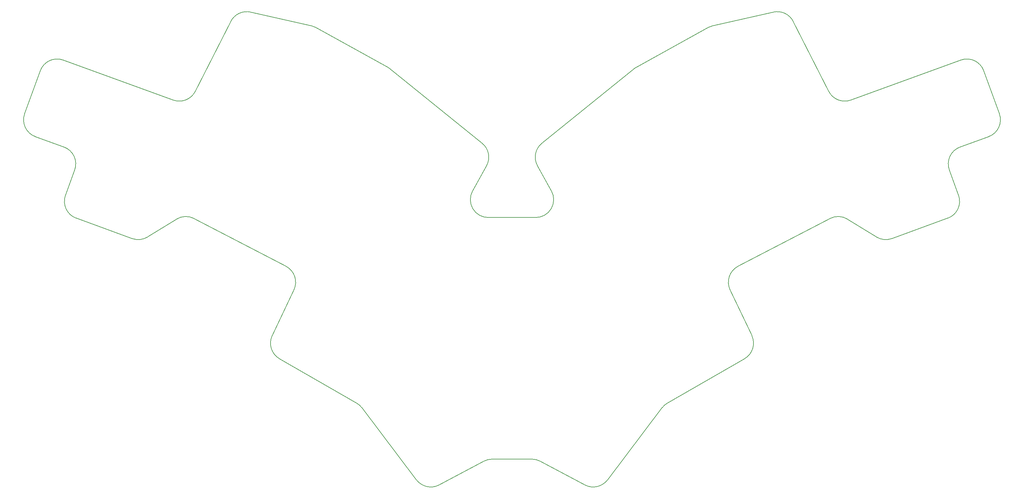
<source format=gbr>
%TF.GenerationSoftware,KiCad,Pcbnew,8.0.2-1*%
%TF.CreationDate,2024-06-17T15:58:38+09:00*%
%TF.ProjectId,tolkeeb_zero,746f6c6b-6565-4625-9f7a-65726f2e6b69,v1.0.0*%
%TF.SameCoordinates,Original*%
%TF.FileFunction,Profile,NP*%
%FSLAX46Y46*%
G04 Gerber Fmt 4.6, Leading zero omitted, Abs format (unit mm)*
G04 Created by KiCad (PCBNEW 8.0.2-1) date 2024-06-17 15:58:38*
%MOMM*%
%LPD*%
G01*
G04 APERTURE LIST*
%TA.AperFunction,Profile*%
%ADD10C,0.150000*%
%TD*%
G04 APERTURE END LIST*
D10*
X275039443Y-136507099D02*
X272474293Y-129459404D01*
X275669082Y-98765661D02*
X244980921Y-109935241D01*
X116447374Y-101272133D02*
X142053873Y-121981097D01*
X157517178Y-128292862D02*
G75*
G02*
X158746115Y-121981079I4373122J2424062D01*
G01*
X71896495Y-87985590D02*
G75*
G02*
X77452831Y-85371442I4458105J-2263610D01*
G01*
X184352629Y-101272133D02*
X158746129Y-121981096D01*
X157517178Y-128292862D02*
X161404483Y-135305746D01*
X239127800Y-143006888D02*
G75*
G02*
X244068151Y-143190566I2308700J-4435012D01*
G01*
X143282824Y-128292858D02*
X139395519Y-135305747D01*
X17349961Y-120143668D02*
G75*
G02*
X14361559Y-113735087I1710039J4698468D01*
G01*
X56731827Y-143190526D02*
G75*
G02*
X61672219Y-143006850I2631673J-4251474D01*
G01*
X142515044Y-210776771D02*
X130081275Y-217387925D01*
X244068176Y-143190526D02*
X252087506Y-148154500D01*
X94374752Y-89180994D02*
G75*
G02*
X95700646Y-89685821I-1098452J-4878606D01*
G01*
X14361600Y-113735102D02*
X18722357Y-101754021D01*
X155937600Y-210191511D02*
X144862401Y-210191512D01*
X155937600Y-210191511D02*
G75*
G02*
X158284954Y-210776786I-100J-5000289D01*
G01*
X87316202Y-156356311D02*
G75*
G02*
X89523796Y-162936699I-2308902J-4435089D01*
G01*
X158284960Y-210776774D02*
X170718730Y-217387928D01*
X83472477Y-175675934D02*
X89523817Y-162936709D01*
X286438402Y-113735102D02*
X282077645Y-101754022D01*
X95700650Y-89685814D02*
X115727274Y-100786751D01*
X205099353Y-89685813D02*
X185072728Y-100786751D01*
X286438401Y-113735105D02*
G75*
G02*
X283450065Y-120143739I-4698601J-1710095D01*
G01*
X25130921Y-98765659D02*
X55819081Y-109935237D01*
X25760561Y-136507100D02*
X28325713Y-129459403D01*
X143768616Y-142729795D02*
X157031386Y-142729794D01*
X275669082Y-98765661D02*
G75*
G02*
X282077644Y-101754022I1710018J-4698639D01*
G01*
X48712498Y-148154499D02*
G75*
G02*
X44370762Y-148601565I-2631598J4250899D01*
G01*
X25337348Y-123050837D02*
X17349961Y-120143668D01*
X217327527Y-175675933D02*
G75*
G02*
X215304124Y-182155469I-4516107J-2145427D01*
G01*
X61987371Y-107500517D02*
G75*
G02*
X55819081Y-109935238I-4458201J2263767D01*
G01*
X177050849Y-215993399D02*
G75*
G02*
X170718737Y-217387915I-3984749J3020199D01*
G01*
X275039441Y-136507099D02*
G75*
G02*
X272051101Y-142915714I-4698341J-1710201D01*
G01*
X44370768Y-148601548D02*
X28748921Y-142915663D01*
X123749154Y-215993400D02*
X108458042Y-195818838D01*
X223347164Y-85371416D02*
G75*
G02*
X228903524Y-87985583I1098136J-4877984D01*
G01*
X143768616Y-142729795D02*
G75*
G02*
X139395589Y-135305786I84J4999995D01*
G01*
X275462655Y-123050838D02*
X283450040Y-120143669D01*
X205099353Y-89685813D02*
G75*
G02*
X206425254Y-89181007I2423847J-4372687D01*
G01*
X56731827Y-143190526D02*
X48712498Y-148154499D01*
X256429234Y-148601548D02*
X272051081Y-142915660D01*
X244980921Y-109935237D02*
G75*
G02*
X238812661Y-107500500I-1710121J4698337D01*
G01*
X213483801Y-156356309D02*
X239127800Y-143006888D01*
X177050849Y-215993399D02*
X192341962Y-195818840D01*
X256429234Y-148601547D02*
G75*
G02*
X252087523Y-148154472I-1710034J4698747D01*
G01*
X238812629Y-107500516D02*
X228903507Y-87985592D01*
X193833770Y-194504863D02*
X215304122Y-182155465D01*
X106966231Y-194504859D02*
G75*
G02*
X108458021Y-195818850I-2493431J-4334641D01*
G01*
X142053871Y-121981097D02*
G75*
G02*
X143282804Y-128292847I-3144171J-3887703D01*
G01*
X106966231Y-194504859D02*
X85495882Y-182155466D01*
X223347165Y-85371417D02*
X206425251Y-89180994D01*
X192341962Y-195818837D02*
G75*
G02*
X193833773Y-194504869I3984338J-3019763D01*
G01*
X115727274Y-100786751D02*
G75*
G02*
X116447380Y-101272125I-2423874J-4372949D01*
G01*
X161404483Y-135305747D02*
G75*
G02*
X157031386Y-142729789I-4373083J-2424053D01*
G01*
X184352631Y-101272133D02*
G75*
G02*
X185072732Y-100786758I3144469J-3888267D01*
G01*
X87316202Y-156356311D02*
X61672199Y-143006888D01*
X77452837Y-85371414D02*
X94374752Y-89180994D01*
X272474293Y-129459404D02*
G75*
G02*
X275462666Y-123050868I4698407J1710104D01*
G01*
X61987374Y-107500519D02*
X71896495Y-87985590D01*
X28748921Y-142915663D02*
G75*
G02*
X25760603Y-136507115I1710179J4698463D01*
G01*
X217327527Y-175675933D02*
X211276183Y-162936711D01*
X25337348Y-123050837D02*
G75*
G02*
X28325683Y-129459392I-1710148J-4698463D01*
G01*
X85495883Y-182155465D02*
G75*
G02*
X83472446Y-175675919I2493117J4334265D01*
G01*
X130081275Y-217387925D02*
G75*
G02*
X123749164Y-215993393I-2347375J4414625D01*
G01*
X18722356Y-101754025D02*
G75*
G02*
X25130921Y-98765658I4698464J-1710095D01*
G01*
X211276183Y-162936711D02*
G75*
G02*
X213483790Y-156356288I4516517J2145311D01*
G01*
X142515044Y-210776771D02*
G75*
G02*
X144862401Y-210191509I2347256J-4414329D01*
G01*
M02*

</source>
